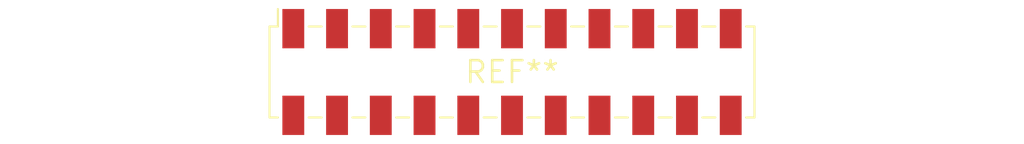
<source format=kicad_pcb>
(kicad_pcb (version 20240108) (generator pcbnew)
  (layers (0 "F.Cu" signal) (31 "B.Cu" signal) (34 "B.Paste" user) (35 "F.Paste" user) (36 "B.SilkS" user "B.Silkscreen") (37 "F.SilkS" user "F.Silkscreen") (38 "B.Mask" user) (39 "F.Mask" user) (44 "Edge.Cuts" user))
  (net 0 "")
  (footprint "Samtec_HLE-111-02-xxx-DV-LC_2x11_P2.54mm_Horizontal" (layer "F.Cu") (at 0 0)
    (property "Reference" "REF**")
    (property "Value" "Samtec_HLE-111-02-xxx-DV-LC_2x11_P2.54mm_Horizontal")
    (fp_line (start -14.08 -2.65) (end -14.08 2.65) (layer "F.SilkS") (stroke (width 0.12)))
    (fp_line (start -14.08 2.65) (end -13.595 2.65) (layer "F.SilkS") (stroke (width 0.12)))
    (fp_line (start -13.595 -3.67) (end -13.595 -2.65) (layer "F.SilkS") (stroke (width 0.12)))
    (fp_line (start -13.595 -2.65) (end -14.08 -2.65) (layer "F.SilkS") (stroke (width 0.12)))
    (fp_line (start -11.805 -2.65) (end -11.055 -2.65) (layer "F.SilkS") (stroke (width 0.12)))
    (fp_line (start -11.805 2.65) (end -11.055 2.65) (layer "F.SilkS") (stroke (width 0.12)))
    (fp_line (start -9.265 -2.65) (end -8.515 -2.65) (layer "F.SilkS") (stroke (width 0.12)))
    (fp_line (start -9.265 2.65) (end -8.515 2.65) (layer "F.SilkS") (stroke (width 0.12)))
    (fp_line (start -6.725 -2.65) (end -5.975 -2.65) (layer "F.SilkS") (stroke (width 0.12)))
    (fp_line (start -6.725 2.65) (end -5.975 2.65) (layer "F.SilkS") (stroke (width 0.12)))
    (fp_line (start -4.185 -2.65) (end -3.435 -2.65) (layer "F.SilkS") (stroke (width 0.12)))
    (fp_line (start -4.185 2.65) (end -3.435 2.65) (layer "F.SilkS") (stroke (width 0.12)))
    (fp_line (start -1.645 -2.65) (end -0.895 -2.65) (layer "F.SilkS") (stroke (width 0.12)))
    (fp_line (start -1.645 2.65) (end -0.895 2.65) (layer "F.SilkS") (stroke (width 0.12)))
    (fp_line (start 0.895 -2.65) (end 1.645 -2.65) (layer "F.SilkS") (stroke (width 0.12)))
    (fp_line (start 0.895 2.65) (end 1.645 2.65) (layer "F.SilkS") (stroke (width 0.12)))
    (fp_line (start 3.435 -2.65) (end 4.185 -2.65) (layer "F.SilkS") (stroke (width 0.12)))
    (fp_line (start 3.435 2.65) (end 4.185 2.65) (layer "F.SilkS") (stroke (width 0.12)))
    (fp_line (start 5.975 -2.65) (end 6.725 -2.65) (layer "F.SilkS") (stroke (width 0.12)))
    (fp_line (start 5.975 2.65) (end 6.725 2.65) (layer "F.SilkS") (stroke (width 0.12)))
    (fp_line (start 8.515 -2.65) (end 9.265 -2.65) (layer "F.SilkS") (stroke (width 0.12)))
    (fp_line (start 8.515 2.65) (end 9.265 2.65) (layer "F.SilkS") (stroke (width 0.12)))
    (fp_line (start 11.055 -2.65) (end 11.805 -2.65) (layer "F.SilkS") (stroke (width 0.12)))
    (fp_line (start 11.055 2.65) (end 11.805 2.65) (layer "F.SilkS") (stroke (width 0.12)))
    (fp_line (start 13.595 -2.65) (end 14.08 -2.65) (layer "F.SilkS") (stroke (width 0.12)))
    (fp_line (start 14.08 -2.65) (end 14.08 2.65) (layer "F.SilkS") (stroke (width 0.12)))
    (fp_line (start 14.08 2.65) (end 13.595 2.65) (layer "F.SilkS") (stroke (width 0.12)))
    (pad "" np_thru_hole circle (at -11.43 0) (size 1.19 1.19) (drill 1.19) (layers *.Cu *.Mask))
    (pad "" np_thru_hole circle (at 11.43 0) (size 1.19 1.19) (drill 1.19) (layers *.Cu *.Mask))
    (pad "1" smd rect (at -12.7 -2.525) (size 1.27 2.29) (layers "F.Cu" "F.Paste" "F.Mask"))
    (pad "2" smd rect (at -12.7 2.525) (size 1.27 2.29) (layers "F.Cu" "F.Paste" "F.Mask"))
    (pad "3" smd rect (at -10.16 -2.525) (size 1.27 2.29) (layers "F.Cu" "F.Paste" "F.Mask"))
    (pad "4" smd rect (at -10.16 2.525) (size 1.27 2.29) (layers "F.Cu" "F.Paste" "F.Mask"))
    (pad "5" smd rect (at -7.62 -2.525) (size 1.27 2.29) (layers "F.Cu" "F.Paste" "F.Mask"))
    (pad "6" smd rect (at -7.62 2.525) (size 1.27 2.29) (layers "F.Cu" "F.Paste" "F.Mask"))
    (pad "7" smd rect (at -5.08 -2.525) (size 1.27 2.29) (layers "F.Cu" "F.Paste" "F.Mask"))
    (pad "8" smd rect (at -5.08 2.525) (size 1.27 2.29) (layers "F.Cu" "F.Paste" "F.Mask"))
    (pad "9" smd rect (at -2.54 -2.525) (size 1.27 2.29) (layers "F.Cu" "F.Paste" "F.Mask"))
    (pad "10" smd rect (at -2.54 2.525) (size 1.27 2.29) (layers "F.Cu" "F.Paste" "F.Mask"))
    (pad "11" smd rect (at 0 -2.525) (size 1.27 2.29) (layers "F.Cu" "F.Paste" "F.Mask"))
    (pad "12" smd rect (at 0 2.525) (size 1.27 2.29) (layers "F.Cu" "F.Paste" "F.Mask"))
    (pad "13" smd rect (at 2.54 -2.525) (size 1.27 2.29) (layers "F.Cu" "F.Paste" "F.Mask"))
    (pad "14" smd rect (at 2.54 2.525) (size 1.27 2.29) (layers "F.Cu" "F.Paste" "F.Mask"))
    (pad "15" smd rect (at 5.08 -2.525) (size 1.27 2.29) (layers "F.Cu" "F.Paste" "F.Mask"))
    (pad "16" smd rect (at 5.08 2.525) (size 1.27 2.29) (layers "F.Cu" "F.Paste" "F.Mask"))
    (pad "17" smd rect (at 7.62 -2.525) (size 1.27 2.29) (layers "F.Cu" "F.Paste" "F.Mask"))
    (pad "18" smd rect (at 7.62 2.525) (size 1.27 2.29) (layers "F.Cu" "F.Paste" "F.Mask"))
    (pad "19" smd rect (at 10.16 -2.525) (size 1.27 2.29) (layers "F.Cu" "F.Paste" "F.Mask"))
    (pad "20" smd rect (at 10.16 2.525) (size 1.27 2.29) (layers "F.Cu" "F.Paste" "F.Mask"))
    (pad "21" smd rect (at 12.7 -2.525) (size 1.27 2.29) (layers "F.Cu" "F.Paste" "F.Mask"))
    (pad "22" smd rect (at 12.7 2.525) (size 1.27 2.29) (layers "F.Cu" "F.Paste" "F.Mask"))
  )
)
</source>
